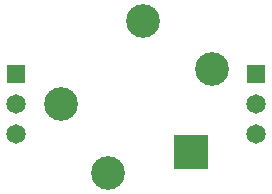
<source format=gbs>
%FSLAX33Y33*%
%MOMM*%
%ADD10R,1.65X1.65*%
%ADD11C,1.65*%
%ADD12C,2.85*%
%ADD13R,2.85X2.85*%
D10*
%LNbottom solder mask_traces*%
%LNbottom solder mask component 6f57667d5efb9778*%
G01*
X5309Y10287D03*
D11*
X5309Y7747D03*
X5309Y5207D03*
%LNbottom solder mask component cc9a2f13d63439af*%
D12*
X13069Y1947D03*
X9069Y7747D03*
X16069Y14747D03*
X21869Y10747D03*
D13*
X20144Y3672D03*
%LNbottom solder mask component 4c9a1d35790a009b*%
D10*
X25629Y10287D03*
D11*
X25629Y7747D03*
X25629Y5207D03*
M02*
</source>
